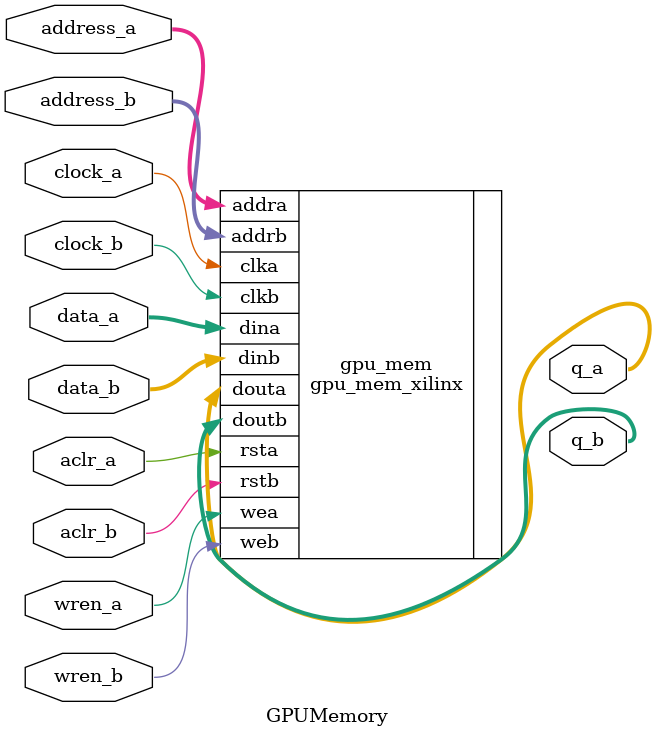
<source format=v>
module GPUMemory(/*autoport*/
//output
           q_a,
           q_b,
//input
           aclr_a,
           aclr_b,
           address_a,
           address_b,
           clock_a,
           clock_b,
           data_a,
           data_b,
           wren_a,
           wren_b);

input     aclr_a;
input     aclr_b;
input   [13:0]  address_a;
input   [13:0]  address_b;
input     clock_a;
input     clock_b;
input   [31:0]  data_a;
input   [31:0]  data_b;
input     wren_a;
input     wren_b;
output  [31:0]  q_a;
output  [31:0]  q_b;

gpu_mem_xilinx gpu_mem(
  .clka(clock_a),
  .rsta(aclr_a),
  .wea(wren_a),
  .addra(address_a),
  .dina(data_a),
  .douta(q_a),
  .clkb(clock_b),
  .rstb(aclr_b),
  .web(wren_b),
  .addrb(address_b),
  .dinb(data_b),
  .doutb(q_b)
);

endmodule
</source>
